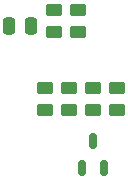
<source format=gbr>
%TF.GenerationSoftware,KiCad,Pcbnew,7.0.9*%
%TF.CreationDate,2024-02-11T18:26:08+01:00*%
%TF.ProjectId,8x2 backpack,38783220-6261-4636-9b70-61636b2e6b69,rev?*%
%TF.SameCoordinates,Original*%
%TF.FileFunction,Paste,Bot*%
%TF.FilePolarity,Positive*%
%FSLAX46Y46*%
G04 Gerber Fmt 4.6, Leading zero omitted, Abs format (unit mm)*
G04 Created by KiCad (PCBNEW 7.0.9) date 2024-02-11 18:26:08*
%MOMM*%
%LPD*%
G01*
G04 APERTURE LIST*
G04 Aperture macros list*
%AMRoundRect*
0 Rectangle with rounded corners*
0 $1 Rounding radius*
0 $2 $3 $4 $5 $6 $7 $8 $9 X,Y pos of 4 corners*
0 Add a 4 corners polygon primitive as box body*
4,1,4,$2,$3,$4,$5,$6,$7,$8,$9,$2,$3,0*
0 Add four circle primitives for the rounded corners*
1,1,$1+$1,$2,$3*
1,1,$1+$1,$4,$5*
1,1,$1+$1,$6,$7*
1,1,$1+$1,$8,$9*
0 Add four rect primitives between the rounded corners*
20,1,$1+$1,$2,$3,$4,$5,0*
20,1,$1+$1,$4,$5,$6,$7,0*
20,1,$1+$1,$6,$7,$8,$9,0*
20,1,$1+$1,$8,$9,$2,$3,0*%
G04 Aperture macros list end*
%ADD10RoundRect,0.250000X0.450000X-0.262500X0.450000X0.262500X-0.450000X0.262500X-0.450000X-0.262500X0*%
%ADD11RoundRect,0.250000X-0.450000X0.262500X-0.450000X-0.262500X0.450000X-0.262500X0.450000X0.262500X0*%
%ADD12RoundRect,0.250000X-0.250000X-0.475000X0.250000X-0.475000X0.250000X0.475000X-0.250000X0.475000X0*%
%ADD13RoundRect,0.150000X0.150000X-0.512500X0.150000X0.512500X-0.150000X0.512500X-0.150000X-0.512500X0*%
G04 APERTURE END LIST*
D10*
%TO.C,R2*%
X48006000Y-44981500D03*
X48006000Y-43156500D03*
%TD*%
D11*
%TO.C,R1*%
X54102000Y-44981500D03*
X54102000Y-43156500D03*
%TD*%
D12*
%TO.C,C1*%
X44958000Y-37846000D03*
X46858000Y-37846000D03*
%TD*%
D10*
%TO.C,R9*%
X50800000Y-36529000D03*
X50800000Y-38354000D03*
%TD*%
%TO.C,R8*%
X48768000Y-36529000D03*
X48768000Y-38354000D03*
%TD*%
D13*
%TO.C,Q1*%
X51120000Y-49900000D03*
X53020000Y-49900000D03*
X52070000Y-47625000D03*
%TD*%
D10*
%TO.C,R3*%
X50038000Y-44981500D03*
X50038000Y-43156500D03*
%TD*%
%TO.C,R4*%
X52070000Y-43156500D03*
X52070000Y-44981500D03*
%TD*%
M02*

</source>
